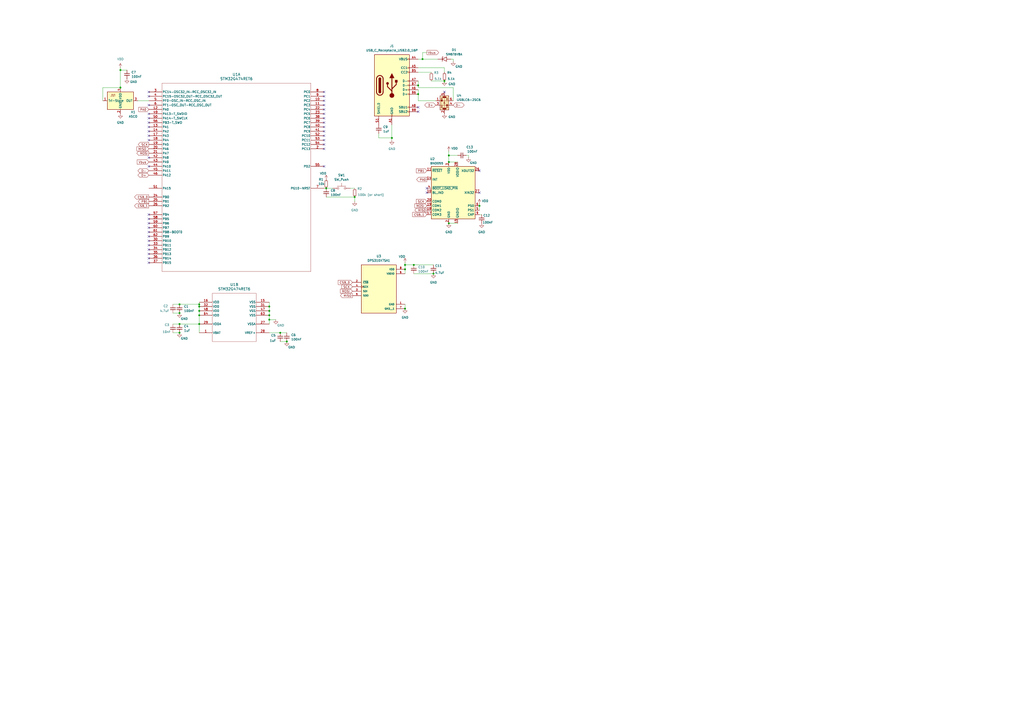
<source format=kicad_sch>
(kicad_sch (version 20231120) (generator "eeschema") (generator_version "8.0")
  (paper "A2")
  (lib_symbols
    (symbol "Connector:USB_C_Receptacle_USB2.0_16P" (pin_names (offset 1.016))
      (property "Reference" "J" (at 0 22.225 0))
      (property "Value" "USB_C_Receptacle_USB2.0_16P" (at 0 19.685 0))
      (symbol "USB_C_Receptacle_USB2.0_16P_0_0"
        (rectangle (start -0.254 -17.78) (end 0.254 -16.764))
        (rectangle (start 10.16 -14.986) (end 9.144 -15.494))
        (rectangle (start 10.16 -12.446) (end 9.144 -12.954))
        (rectangle (start 10.16 -4.826) (end 9.144 -5.334))
        (rectangle (start 10.16 -2.286) (end 9.144 -2.794))
        (rectangle (start 10.16 0.254) (end 9.144 -0.254))
        (rectangle (start 10.16 2.794) (end 9.144 2.286))
        (rectangle (start 10.16 7.874) (end 9.144 7.366))
        (rectangle (start 10.16 10.414) (end 9.144 9.906))
        (rectangle (start 10.16 15.494) (end 9.144 14.986))
      )
      (symbol "USB_C_Receptacle_USB2.0_16P_0_1"
        (rectangle (start -10.16 17.78) (end 10.16 -17.78) (stroke (width 0.254)) (fill (type background)))
        (arc (start -8.89 -3.81) (mid -6.985 -5.7067) (end -5.08 -3.81) (stroke (width 0.508)))
        (arc (start -7.62 -3.81) (mid -6.985 -4.4423) (end -6.35 -3.81) (stroke (width 0.254)))
        (arc (start -7.62 -3.81) (mid -6.985 -4.4423) (end -6.35 -3.81) (stroke (width 0.254)) (fill (type outline)))
        (rectangle (start -7.62 -3.81) (end -6.35 3.81) (stroke (width 0.254)) (fill (type outline)))
        (arc (start -6.35 3.81) (mid -6.985 4.4423) (end -7.62 3.81) (stroke (width 0.254)))
        (arc (start -6.35 3.81) (mid -6.985 4.4423) (end -7.62 3.81) (stroke (width 0.254)) (fill (type outline)))
        (arc (start -5.08 3.81) (mid -6.985 5.7067) (end -8.89 3.81) (stroke (width 0.508)))
        (circle (center -2.54 1.143) (radius 0.635) (stroke (width 0.254)) (fill (type outline)))
        (circle (center 0 -5.842) (radius 1.27) (fill (type outline)))
        (polyline (pts (xy -8.89 -3.81) (xy -8.89 3.81)) (stroke (width 0.508)))
        (polyline (pts (xy -5.08 3.81) (xy -5.08 -3.81)) (stroke (width 0.508)))
        (polyline (pts (xy 0 -5.842) (xy 0 4.318)) (stroke (width 0.508)))
        (polyline (pts (xy 0 -3.302) (xy -2.54 -0.762) (xy -2.54 0.508)) (stroke (width 0.508)))
        (polyline (pts (xy 0 -2.032) (xy 2.54 0.508) (xy 2.54 1.778)) (stroke (width 0.508)))
        (polyline (pts (xy -1.27 4.318) (xy 0 6.858) (xy 1.27 4.318) (xy -1.27 4.318)) (stroke (width 0.254)) (fill (type outline)))
        (rectangle (start 1.905 1.778) (end 3.175 3.048) (stroke (width 0.254)) (fill (type outline)))
      )
      (symbol "USB_C_Receptacle_USB2.0_16P_1_1"
        (pin passive line (at 0 -22.86 90) (length 5.08) (name "GND") (number "A1"))
        (pin passive line (at 0 -22.86 90) (length 5.08) hide (name "GND") (number "A12"))
        (pin passive line (at 15.24 15.24 180) (length 5.08) (name "VBUS") (number "A4"))
        (pin bidirectional line (at 15.24 10.16 180) (length 5.08) (name "CC1") (number "A5"))
        (pin bidirectional line (at 15.24 -2.54 180) (length 5.08) (name "D+") (number "A6"))
        (pin bidirectional line (at 15.24 2.54 180) (length 5.08) (name "D-") (number "A7"))
        (pin bidirectional line (at 15.24 -12.7 180) (length 5.08) (name "SBU1") (number "A8"))
        (pin passive line (at 15.24 15.24 180) (length 5.08) hide (name "VBUS") (number "A9"))
        (pin passive line (at 0 -22.86 90) (length 5.08) hide (name "GND") (number "B1"))
        (pin passive line (at 0 -22.86 90) (length 5.08) hide (name "GND") (number "B12"))
        (pin passive line (at 15.24 15.24 180) (length 5.08) hide (name "VBUS") (number "B4"))
        (pin bidirectional line (at 15.24 7.62 180) (length 5.08) (name "CC2") (number "B5"))
        (pin bidirectional line (at 15.24 -5.08 180) (length 5.08) (name "D+") (number "B6"))
        (pin bidirectional line (at 15.24 0 180) (length 5.08) (name "D-") (number "B7"))
        (pin bidirectional line (at 15.24 -15.24 180) (length 5.08) (name "SBU2") (number "B8"))
        (pin passive line (at 15.24 15.24 180) (length 5.08) hide (name "VBUS") (number "B9"))
        (pin passive line (at -7.62 -22.86 90) (length 5.08) (name "SHIELD") (number "S1"))
      )
    )
    (symbol "DPS310XTSA1:DPS310XTSA1" (pin_names (offset 1.016))
      (property "Reference" "U" (at -10.16 13.97 0))
      (property "Value" "DPS310XTSA1" (at -10.16 -16.51 0))
      (symbol "DPS310XTSA1_0_0"
        (rectangle (start -10.16 -15.24) (end 10.16 12.7) (stroke (width 0.254)) (fill (type background)))
        (pin power_in line (at 15.24 -10.16 180) (length 5.08) (name "GND") (number "1"))
        (pin input line (at -15.24 2.54 0) (length 5.08) (name "~{CSB}") (number "2"))
        (pin bidirectional line (at -15.24 -2.54 0) (length 5.08) (name "SDI") (number "3"))
        (pin input clock (at -15.24 0 0) (length 5.08) (name "SCK") (number "4"))
        (pin output line (at -15.24 -5.08 0) (length 5.08) (name "SDO") (number "5"))
        (pin power_in line (at 15.24 7.62 180) (length 5.08) (name "VDDIO") (number "6"))
        (pin power_in line (at 15.24 -12.7 180) (length 5.08) (name "GND__1") (number "7"))
        (pin power_in line (at 15.24 10.16 180) (length 5.08) (name "VDD") (number "8"))
      )
    )
    (symbol "Device:C_Small" (pin_numbers hide) (pin_names (offset 0.254) hide)
      (property "Reference" "C" (at 0.254 1.778 0))
      (property "Value" "C_Small" (at 0.254 -2.032 0))
      (symbol "C_Small_0_1"
        (polyline (pts (xy -1.524 -0.508) (xy 1.524 -0.508)) (stroke (width 0.3302)))
        (polyline (pts (xy -1.524 0.508) (xy 1.524 0.508)) (stroke (width 0.3048)))
      )
      (symbol "C_Small_1_1"
        (pin passive line (at 0 2.54 270) (length 2.032) (name "~") (number "1"))
        (pin passive line (at 0 -2.54 90) (length 2.032) (name "~") (number "2"))
      )
    )
    (symbol "Device:R_Small" (pin_numbers hide) (pin_names (offset 0.254) hide)
      (property "Reference" "R" (at 0.762 0.508 0))
      (property "Value" "R_Small" (at 0.762 -1.016 0))
      (symbol "R_Small_0_1"
        (rectangle (start -0.762 1.778) (end 0.762 -1.778) (stroke (width 0.2032)))
      )
      (symbol "R_Small_1_1"
        (pin passive line (at 0 2.54 270) (length 0.762) (name "~") (number "1"))
        (pin passive line (at 0 -2.54 90) (length 0.762) (name "~") (number "2"))
      )
    )
    (symbol "Diode:SM6T6V8A" (pin_numbers hide) (pin_names (offset 1.016) hide)
      (property "Reference" "D" (at 0 2.54 0))
      (property "Value" "SM6T6V8A" (at 0 -2.54 0))
      (symbol "SM6T6V8A_0_1"
        (polyline (pts (xy -0.762 1.27) (xy -1.27 1.27) (xy -1.27 -1.27)) (stroke (width 0.254)))
        (polyline (pts (xy 1.27 1.27) (xy 1.27 -1.27) (xy -1.27 0) (xy 1.27 1.27)) (stroke (width 0.254)))
      )
      (symbol "SM6T6V8A_1_1"
        (pin passive line (at -3.81 0 0) (length 2.54) (name "A1") (number "1"))
        (pin passive line (at 3.81 0 180) (length 2.54) (name "A2") (number "2"))
      )
    )
    (symbol "Oscillator:ASCO"
      (property "Reference" "X" (at -7.62 6.35 0))
      (property "Value" "ASCO" (at 1.27 -6.35 0))
      (symbol "ASCO_0_1"
        (rectangle (start -7.62 5.08) (end 7.62 -5.08) (stroke (width 0.254)) (fill (type background)))
        (polyline (pts (xy -5.715 2.54) (xy -5.08 2.54) (xy -5.08 3.81) (xy -4.445 3.81) (xy -4.445 2.54) (xy -3.81 2.54) (xy -3.81 3.81) (xy -3.175 3.81) (xy -3.175 2.54)))
      )
      (symbol "ASCO_1_1"
        (pin input line (at -10.16 0 0) (length 2.54) (name "Tri-State") (number "1"))
        (pin power_in line (at 0 -7.62 90) (length 2.54) (name "GND") (number "2"))
        (pin output line (at 10.16 0 180) (length 2.54) (name "OUT") (number "3"))
        (pin power_in line (at 0 7.62 270) (length 2.54) (name "VDD") (number "4"))
      )
    )
    (symbol "Power_Protection:USBLC6-2SC6" (pin_names hide)
      (property "Reference" "U" (at 0.635 5.715 0))
      (property "Value" "USBLC6-2SC6" (at 0.635 3.81 0))
      (symbol "USBLC6-2SC6_0_0"
        (circle (center -1.524 0) (radius 0.0001) (stroke (width 0.508)))
        (circle (center -0.508 -4.572) (radius 0.0001) (stroke (width 0.508)))
        (circle (center -0.508 2.032) (radius 0.0001) (stroke (width 0.508)))
        (circle (center 0.508 -4.572) (radius 0.0001) (stroke (width 0.508)))
        (circle (center 0.508 2.032) (radius 0.0001) (stroke (width 0.508)))
        (circle (center 1.524 -2.54) (radius 0.0001) (stroke (width 0.508)))
      )
      (symbol "USBLC6-2SC6_0_1"
        (polyline (pts (xy -2.54 -2.54) (xy 2.54 -2.54)))
        (polyline (pts (xy -2.54 0) (xy 2.54 0)))
        (polyline (pts (xy -2.032 -3.048) (xy -1.016 -3.048)))
        (polyline (pts (xy -1.016 1.524) (xy -2.032 1.524)))
        (polyline (pts (xy 1.016 -3.048) (xy 2.032 -3.048)))
        (polyline (pts (xy 1.016 1.524) (xy 2.032 1.524)))
        (polyline (pts (xy -0.508 -1.143) (xy -0.508 -0.762) (xy 0.508 -0.762)))
        (polyline (pts (xy -2.032 0.508) (xy -1.016 0.508) (xy -1.524 1.524) (xy -2.032 0.508)))
        (polyline (pts (xy -1.016 -4.064) (xy -2.032 -4.064) (xy -1.524 -3.048) (xy -1.016 -4.064)))
        (polyline (pts (xy 0.508 -1.778) (xy -0.508 -1.778) (xy 0 -0.762) (xy 0.508 -1.778)))
        (polyline (pts (xy 2.032 -4.064) (xy 1.016 -4.064) (xy 1.524 -3.048) (xy 2.032 -4.064)))
        (polyline (pts (xy 2.032 0.508) (xy 1.016 0.508) (xy 1.524 1.524) (xy 2.032 0.508)))
        (polyline (pts (xy 0 2.54) (xy -0.508 2.032) (xy 0.508 2.032) (xy 0 1.524) (xy 0 -4.064) (xy -0.508 -4.572) (xy 0.508 -4.572) (xy 0 -5.08)))
      )
      (symbol "USBLC6-2SC6_1_1"
        (rectangle (start -2.54 2.794) (end 2.54 -5.334) (stroke (width 0.254)) (fill (type background)))
        (polyline (pts (xy -0.508 2.032) (xy -1.524 2.032) (xy -1.524 -4.572) (xy -0.508 -4.572)))
        (polyline (pts (xy 0.508 -4.572) (xy 1.524 -4.572) (xy 1.524 2.032) (xy 0.508 2.032)))
        (pin passive line (at -5.08 0 0) (length 2.54) (name "I/O1") (number "1"))
        (pin passive line (at 0 -7.62 90) (length 2.54) (name "GND") (number "2"))
        (pin passive line (at -5.08 -2.54 0) (length 2.54) (name "I/O2") (number "3"))
        (pin passive line (at 5.08 -2.54 180) (length 2.54) (name "I/O2") (number "4"))
        (pin passive line (at 0 5.08 270) (length 2.54) (name "VBUS") (number "5"))
        (pin passive line (at 5.08 0 180) (length 2.54) (name "I/O1") (number "6"))
      )
    )
    (symbol "STM32G474RE:STM32G474RET6" (pin_names (offset 0.254))
      (property "Reference" "U" (at 50.8 10.16 0))
      (property "Value" "STM32G474RET6" (at 50.8 7.62 0))
      (symbol "STM32G474RET6_1_1"
        (polyline (pts (xy 7.62 -104.14) (xy 93.98 -104.14)) (stroke (width 0.127)))
        (polyline (pts (xy 7.62 5.08) (xy 7.62 -104.14)) (stroke (width 0.127)))
        (polyline (pts (xy 93.98 -104.14) (xy 93.98 5.08)) (stroke (width 0.127)))
        (polyline (pts (xy 93.98 5.08) (xy 7.62 5.08)) (stroke (width 0.127)))
        (pin bidirectional line (at 101.6 -5.08 180) (length 7.62) (name "PC2") (number "10"))
        (pin bidirectional line (at 101.6 -7.62 180) (length 7.62) (name "PC3") (number "11"))
        (pin bidirectional line (at 0 -10.16 0) (length 7.62) (name "PA0") (number "12"))
        (pin bidirectional line (at 0 -20.32 0) (length 7.62) (name "PA1") (number "13"))
        (pin bidirectional line (at 0 -22.86 0) (length 7.62) (name "PA2") (number "14"))
        (pin bidirectional line (at 0 -25.4 0) (length 7.62) (name "PA3") (number "17"))
        (pin bidirectional line (at 0 -27.94 0) (length 7.62) (name "PA4") (number "18"))
        (pin bidirectional line (at 0 -30.48 0) (length 7.62) (name "PA5") (number "19"))
        (pin bidirectional line (at 101.6 -33.02 180) (length 7.62) (name "PC13") (number "2"))
        (pin bidirectional line (at 0 -33.02 0) (length 7.62) (name "PA6") (number "20"))
        (pin bidirectional line (at 0 -35.56 0) (length 7.62) (name "PA7") (number "21"))
        (pin bidirectional line (at 101.6 -10.16 180) (length 7.62) (name "PC4") (number "22"))
        (pin bidirectional line (at 101.6 -12.7 180) (length 7.62) (name "PC5") (number "23"))
        (pin bidirectional line (at 0 -60.96 0) (length 7.62) (name "PB0") (number "24"))
        (pin bidirectional line (at 0 -63.5 0) (length 7.62) (name "PB1") (number "25"))
        (pin bidirectional line (at 0 -66.04 0) (length 7.62) (name "PB2") (number "26"))
        (pin unspecified line (at 0 0 0) (length 7.62) (name "PC14-OSC32_IN-RCC_OSC32_IN") (number "3"))
        (pin bidirectional line (at 0 -86.36 0) (length 7.62) (name "PB10") (number "30"))
        (pin bidirectional line (at 0 -88.9 0) (length 7.62) (name "PB11") (number "33"))
        (pin bidirectional line (at 0 -91.44 0) (length 7.62) (name "PB12") (number "34"))
        (pin bidirectional line (at 0 -93.98 0) (length 7.62) (name "PB13") (number "35"))
        (pin bidirectional line (at 0 -96.52 0) (length 7.62) (name "PB14") (number "36"))
        (pin bidirectional line (at 0 -99.06 0) (length 7.62) (name "PB15") (number "37"))
        (pin bidirectional line (at 101.6 -15.24 180) (length 7.62) (name "PC6") (number "38"))
        (pin bidirectional line (at 101.6 -17.78 180) (length 7.62) (name "PC7") (number "39"))
        (pin unspecified line (at 0 -2.54 0) (length 7.62) (name "PC15-OSC32_OUT-RCC_OSC32_OUT") (number "4"))
        (pin bidirectional line (at 101.6 -20.32 180) (length 7.62) (name "PC8") (number "40"))
        (pin bidirectional line (at 101.6 -22.86 180) (length 7.62) (name "PC9") (number "41"))
        (pin bidirectional line (at 0 -38.1 0) (length 7.62) (name "PA8") (number "42"))
        (pin bidirectional line (at 0 -40.64 0) (length 7.62) (name "PA9") (number "43"))
        (pin bidirectional line (at 0 -43.18 0) (length 7.62) (name "PA10") (number "44"))
        (pin bidirectional line (at 0 -45.72 0) (length 7.62) (name "PA11") (number "45"))
        (pin bidirectional line (at 0 -48.26 0) (length 7.62) (name "PA12") (number "46"))
        (pin unspecified line (at 0 -12.7 0) (length 7.62) (name "PA13-T_SWDIO") (number "49"))
        (pin unspecified line (at 0 -5.08 0) (length 7.62) (name "PF0-OSC_IN-RCC_OSC_IN") (number "5"))
        (pin unspecified line (at 0 -15.24 0) (length 7.62) (name "PA14-T_SWCLK") (number "50"))
        (pin bidirectional line (at 0 -55.88 0) (length 7.62) (name "PA15") (number "51"))
        (pin bidirectional line (at 101.6 -25.4 180) (length 7.62) (name "PC10") (number "52"))
        (pin bidirectional line (at 101.6 -27.94 180) (length 7.62) (name "PC11") (number "53"))
        (pin bidirectional line (at 101.6 -30.48 180) (length 7.62) (name "PC12") (number "54"))
        (pin bidirectional line (at 101.6 -43.18 180) (length 7.62) (name "PD2") (number "55"))
        (pin unspecified line (at 0 -17.78 0) (length 7.62) (name "PB3-T_SWO") (number "56"))
        (pin bidirectional line (at 0 -71.12 0) (length 7.62) (name "PB4") (number "57"))
        (pin bidirectional line (at 0 -73.66 0) (length 7.62) (name "PB5") (number "58"))
        (pin bidirectional line (at 0 -76.2 0) (length 7.62) (name "PB6") (number "59"))
        (pin unspecified line (at 0 -7.62 0) (length 7.62) (name "PF1-OSC_OUT-RCC_OSC_OUT") (number "6"))
        (pin bidirectional line (at 0 -78.74 0) (length 7.62) (name "PB7") (number "60"))
        (pin bidirectional line (at 0 -81.28 0) (length 7.62) (name "PB8-BOOT0") (number "61"))
        (pin bidirectional line (at 0 -83.82 0) (length 7.62) (name "PB9") (number "62"))
        (pin bidirectional line (at 101.6 -55.88 180) (length 7.62) (name "PG10-NRST") (number "7"))
        (pin bidirectional line (at 101.6 0 180) (length 7.62) (name "PC0") (number "8"))
        (pin bidirectional line (at 101.6 -2.54 180) (length 7.62) (name "PC1") (number "9"))
      )
      (symbol "STM32G474RET6_2_1"
        (polyline (pts (xy 7.62 -22.86) (xy 33.02 -22.86)) (stroke (width 0.127)))
        (polyline (pts (xy 7.62 5.08) (xy 7.62 -22.86)) (stroke (width 0.127)))
        (polyline (pts (xy 33.02 -22.86) (xy 33.02 5.08)) (stroke (width 0.127)))
        (polyline (pts (xy 33.02 5.08) (xy 7.62 5.08)) (stroke (width 0.127)))
        (pin power_in line (at 0 -17.78 0) (length 7.62) (name "VBAT") (number "1"))
        (pin power_in line (at 40.64 0 180) (length 7.62) (name "VSS") (number "15"))
        (pin power_in line (at 0 0 0) (length 7.62) (name "VDD") (number "16"))
        (pin power_in line (at 40.64 -12.7 180) (length 7.62) (name "VSSA") (number "27"))
        (pin power_in line (at 40.64 -17.78 180) (length 7.62) (name "VREF+") (number "28"))
        (pin power_in line (at 0 -12.7 0) (length 7.62) (name "VDDA") (number "29"))
        (pin power_in line (at 40.64 -2.54 180) (length 7.62) (name "VSS") (number "31"))
        (pin power_in line (at 0 -2.54 0) (length 7.62) (name "VDD") (number "32"))
        (pin power_in line (at 40.64 -5.08 180) (length 7.62) (name "VSS") (number "47"))
        (pin power_in line (at 0 -5.08 0) (length 7.62) (name "VDD") (number "48"))
        (pin power_in line (at 40.64 -7.62 180) (length 7.62) (name "VSS") (number "63"))
        (pin power_in line (at 0 -7.62 0) (length 7.62) (name "VDD") (number "64"))
      )
    )
    (symbol "Sensor_Motion:BNO055"
      (property "Reference" "U" (at -11.43 16.51 0))
      (property "Value" "BNO055" (at 12.7 16.51 0))
      (symbol "BNO055_0_1"
        (rectangle (start -12.7 15.24) (end 12.7 -15.24) (stroke (width 0.254)) (fill (type background)))
      )
      (symbol "BNO055_1_1"
        (pin no_connect line (at -12.7 10.16 0) (length 2.54) hide (name "PIN1") (number "1"))
        (pin output line (at -15.24 0 0) (length 2.54) (name "BL_IND") (number "10"))
        (pin input line (at -15.24 12.7 0) (length 2.54) (name "~{RESET}") (number "11"))
        (pin no_connect line (at 12.7 10.16 180) (length 2.54) hide (name "PIN12") (number "12"))
        (pin no_connect line (at 12.7 7.62 180) (length 2.54) hide (name "PIN13") (number "13"))
        (pin output line (at -15.24 7.62 0) (length 2.54) (name "INT") (number "14"))
        (pin power_in line (at 2.54 -17.78 90) (length 2.54) (name "GNDIO") (number "15"))
        (pin passive line (at 2.54 -17.78 90) (length 2.54) hide (name "GNDIO") (number "16"))
        (pin input line (at -15.24 -12.7 0) (length 2.54) (name "COM3") (number "17"))
        (pin passive line (at -15.24 -10.16 0) (length 2.54) (name "COM2") (number "18"))
        (pin bidirectional line (at -15.24 -7.62 0) (length 2.54) (name "COM1") (number "19"))
        (pin power_in line (at -2.54 -17.78 90) (length 2.54) (name "GND") (number "2"))
        (pin bidirectional line (at -15.24 -5.08 0) (length 2.54) (name "COM0") (number "20"))
        (pin no_connect line (at 12.7 5.08 180) (length 2.54) hide (name "PIN21") (number "21"))
        (pin no_connect line (at 12.7 2.54 180) (length 2.54) hide (name "PIN22") (number "22"))
        (pin no_connect line (at 12.7 -2.54 180) (length 2.54) hide (name "PIN23") (number "23"))
        (pin no_connect line (at 12.7 -5.08 180) (length 2.54) hide (name "PIN24") (number "24"))
        (pin passive line (at 2.54 -17.78 90) (length 2.54) hide (name "GNDIO") (number "25"))
        (pin output line (at 15.24 12.7 180) (length 2.54) (name "XOUT32") (number "26"))
        (pin input line (at 15.24 0 180) (length 2.54) (name "XIN32") (number "27"))
        (pin power_in line (at 2.54 17.78 270) (length 2.54) (name "VDDIO") (number "28"))
        (pin power_in line (at -2.54 17.78 270) (length 2.54) (name "VDD") (number "3"))
        (pin input line (at -15.24 2.54 0) (length 2.54) (name "~{BOOT_LOAD_PIN}") (number "4"))
        (pin input line (at 15.24 -10.16 180) (length 2.54) (name "PS1") (number "5"))
        (pin input line (at 15.24 -7.62 180) (length 2.54) (name "PS0") (number "6"))
        (pin no_connect line (at -12.7 5.08 0) (length 2.54) hide (name "PIN7") (number "7"))
        (pin no_connect line (at -12.7 -2.54 0) (length 2.54) hide (name "PIN8") (number "8"))
        (pin passive line (at 15.24 -12.7 180) (length 2.54) (name "CAP") (number "9"))
      )
    )
    (symbol "Switch:SW_Push" (pin_numbers hide) (pin_names (offset 1.016) hide)
      (property "Reference" "SW" (at 1.27 2.54 0))
      (property "Value" "SW_Push" (at 0 -1.524 0))
      (symbol "SW_Push_0_1"
        (circle (center -2.032 0) (radius 0.508))
        (polyline (pts (xy 0 1.27) (xy 0 3.048)))
        (polyline (pts (xy 2.54 1.27) (xy -2.54 1.27)))
        (circle (center 2.032 0) (radius 0.508))
        (pin passive line (at -5.08 0 0) (length 2.54) (name "1") (number "1"))
        (pin passive line (at 5.08 0 180) (length 2.54) (name "2") (number "2"))
      )
    )
    (symbol "power:GND" (power) (pin_numbers hide) (pin_names (offset 0) hide)
      (property "Value" "GND" (at 0 -3.81 0))
      (symbol "GND_0_1"
        (polyline (pts (xy 0 0) (xy 0 -1.27) (xy 1.27 -1.27) (xy 0 -2.54) (xy -1.27 -1.27) (xy 0 -1.27)))
      )
      (symbol "GND_1_1"
        (pin power_in line (at 0 0 270) (length 0) (name "~") (number "1"))
      )
    )
    (symbol "power:VDD" (power) (pin_numbers hide) (pin_names (offset 0) hide)
      (property "Value" "VDD" (at 0 3.556 0))
      (symbol "VDD_0_1"
        (polyline (pts (xy -0.762 1.27) (xy 0 2.54)))
        (polyline (pts (xy 0 0) (xy 0 2.54)))
        (polyline (pts (xy 0 2.54) (xy 0.762 1.27)))
      )
      (symbol "VDD_1_1"
        (pin power_in line (at 0 0 90) (length 0) (name "~") (number "1"))
      )
    )
  )
  (junction (at 260.35 93.98))
  (junction (at 234.95 153.67))
  (junction (at 240.03 153.67))
  (junction (at 227.33 80.01))
  (junction (at 166.37 198.12))
  (junction (at 189.23 109.22))
  (junction (at 104.14 193.04))
  (junction (at 260.35 90.17))
  (junction (at 115.57 176.53))
  (junction (at 69.85 50.8))
  (junction (at 115.57 177.8))
  (junction (at 115.57 187.96))
  (junction (at 162.56 193.04))
  (junction (at 278.13 119.38))
  (junction (at 69.85 40.64))
  (junction (at 260.35 129.54))
  (junction (at 205.74 114.3))
  (junction (at 156.21 177.8))
  (junction (at 104.14 176.53))
  (junction (at 257.81 46.99))
  (junction (at 245.11 34.29))
  (junction (at 251.46 158.75))
  (junction (at 156.21 182.88))
  (junction (at 115.57 180.34))
  (junction (at 115.57 182.88))
  (junction (at 156.21 185.42))
  (junction (at 104.14 181.61))
  (junction (at 242.57 54.61))
  (junction (at 242.57 49.53))
  (junction (at 156.21 180.34))
  (junction (at 234.95 179.07))
  (junction (at 104.14 187.96))
  (junction (at 234.95 156.21))
  (no_connect (at 86.36 147.32))
  (no_connect (at 187.96 63.5))
  (no_connect (at 86.36 91.44))
  (no_connect (at 187.96 68.58))
  (no_connect (at 86.36 139.7))
  (no_connect (at 86.36 53.34))
  (no_connect (at 187.96 60.96))
  (no_connect (at 242.57 64.77))
  (no_connect (at 86.36 60.96))
  (no_connect (at 187.96 96.52))
  (no_connect (at 86.36 96.52))
  (no_connect (at 187.96 73.66))
  (no_connect (at 187.96 86.36))
  (no_connect (at 187.96 78.74))
  (no_connect (at 187.96 81.28))
  (no_connect (at 187.96 66.04))
  (no_connect (at 247.65 109.22))
  (no_connect (at 86.36 78.74))
  (no_connect (at 187.96 76.2))
  (no_connect (at 187.96 83.82))
  (no_connect (at 278.13 99.06))
  (no_connect (at 86.36 127))
  (no_connect (at 187.96 71.12))
  (no_connect (at 86.36 152.4))
  (no_connect (at 86.36 137.16))
  (no_connect (at 86.36 55.88))
  (no_connect (at 86.36 132.08))
  (no_connect (at 86.36 81.28))
  (no_connect (at 86.36 142.24))
  (no_connect (at 187.96 55.88))
  (no_connect (at 86.36 73.66))
  (no_connect (at 86.36 149.86))
  (no_connect (at 247.65 111.76))
  (no_connect (at 86.36 71.12))
  (no_connect (at 278.13 111.76))
  (no_connect (at 86.36 68.58))
  (no_connect (at 86.36 134.62))
  (no_connect (at 86.36 144.78))
  (no_connect (at 187.96 58.42))
  (no_connect (at 86.36 76.2))
  (no_connect (at 86.36 124.46))
  (no_connect (at 86.36 66.04))
  (no_connect (at 187.96 53.34))
  (no_connect (at 257.81 53.34))
  (no_connect (at 86.36 129.54))
  (no_connect (at 242.57 62.23))
  (wire (pts (xy 156.21 182.88) (xy 156.21 185.42)))
  (wire (pts (xy 115.57 177.8) (xy 115.57 180.34)))
  (wire (pts (xy 271.78 91.44) (xy 271.78 90.17)))
  (wire (pts (xy 115.57 175.26) (xy 115.57 176.53)))
  (wire (pts (xy 227.33 81.28) (xy 227.33 80.01)))
  (wire (pts (xy 187.96 109.22) (xy 189.23 109.22)))
  (wire (pts (xy 100.33 193.04) (xy 104.14 193.04)))
  (wire (pts (xy 156.21 185.42) (xy 156.21 187.96)))
  (wire (pts (xy 278.13 118.11) (xy 278.13 119.38)))
  (wire (pts (xy 219.71 80.01) (xy 227.33 80.01)))
  (wire (pts (xy 205.74 114.3) (xy 205.74 116.84)))
  (wire (pts (xy 260.35 90.17) (xy 260.35 93.98)))
  (wire (pts (xy 156.21 177.8) (xy 156.21 180.34)))
  (wire (pts (xy 162.56 193.04) (xy 166.37 193.04)))
  (wire (pts (xy 100.33 181.61) (xy 104.14 181.61)))
  (wire (pts (xy 156.21 180.34) (xy 156.21 182.88)))
  (wire (pts (xy 254 34.29) (xy 245.11 34.29)))
  (wire (pts (xy 257.81 48.26) (xy 257.81 46.99)))
  (wire (pts (xy 257.81 39.37) (xy 257.81 41.91)))
  (wire (pts (xy 245.11 30.48) (xy 247.65 30.48)))
  (wire (pts (xy 242.57 52.07) (xy 242.57 54.61)))
  (wire (pts (xy 234.95 153.67) (xy 234.95 156.21)))
  (wire (pts (xy 69.85 40.64) (xy 69.85 50.8)))
  (wire (pts (xy 242.57 39.37) (xy 257.81 39.37)))
  (wire (pts (xy 279.4 124.46) (xy 278.13 124.46)))
  (wire (pts (xy 271.78 90.17) (xy 270.51 90.17)))
  (wire (pts (xy 80.01 58.42) (xy 86.36 58.42)))
  (wire (pts (xy 260.35 129.54) (xy 265.43 129.54)))
  (wire (pts (xy 234.95 176.53) (xy 234.95 179.07)))
  (wire (pts (xy 234.95 156.21) (xy 234.95 158.75)))
  (wire (pts (xy 227.33 72.39) (xy 227.33 80.01)))
  (wire (pts (xy 242.57 46.99) (xy 242.57 49.53)))
  (wire (pts (xy 262.89 50.8) (xy 242.57 50.8)))
  (wire (pts (xy 250.19 46.99) (xy 257.81 46.99)))
  (wire (pts (xy 189.23 109.22) (xy 193.04 109.22)))
  (wire (pts (xy 115.57 187.96) (xy 115.57 193.04)))
  (wire (pts (xy 156.21 185.42) (xy 160.02 185.42)))
  (wire (pts (xy 242.57 41.91) (xy 250.19 41.91)))
  (wire (pts (xy 203.2 109.22) (xy 205.74 109.22)))
  (wire (pts (xy 69.85 40.64) (xy 73.66 40.64)))
  (wire (pts (xy 104.14 187.96) (xy 115.57 187.96)))
  (wire (pts (xy 242.57 58.42) (xy 252.73 58.42)))
  (wire (pts (xy 59.69 58.42) (xy 59.69 50.8)))
  (wire (pts (xy 251.46 158.75) (xy 240.03 158.75)))
  (wire (pts (xy 234.95 153.67) (xy 240.03 153.67)))
  (wire (pts (xy 260.35 90.17) (xy 265.43 90.17)))
  (wire (pts (xy 115.57 180.34) (xy 115.57 182.88)))
  (wire (pts (xy 242.57 34.29) (xy 245.11 34.29)))
  (wire (pts (xy 219.71 77.47) (xy 219.71 80.01)))
  (wire (pts (xy 262.89 58.42) (xy 262.89 50.8)))
  (wire (pts (xy 240.03 153.67) (xy 251.46 153.67)))
  (wire (pts (xy 260.35 93.98) (xy 265.43 93.98)))
  (wire (pts (xy 234.95 152.4) (xy 234.95 153.67)))
  (wire (pts (xy 260.35 87.63) (xy 260.35 90.17)))
  (wire (pts (xy 189.23 114.3) (xy 205.74 114.3)))
  (wire (pts (xy 262.89 34.29) (xy 261.62 34.29)))
  (wire (pts (xy 242.57 58.42) (xy 242.57 54.61)))
  (wire (pts (xy 245.11 30.48) (xy 245.11 34.29)))
  (wire (pts (xy 242.57 50.8) (xy 242.57 49.53)))
  (wire (pts (xy 115.57 182.88) (xy 115.57 187.96)))
  (wire (pts (xy 100.33 187.96) (xy 104.14 187.96)))
  (wire (pts (xy 104.14 176.53) (xy 115.57 176.53)))
  (wire (pts (xy 115.57 176.53) (xy 115.57 177.8)))
  (wire (pts (xy 262.89 34.29) (xy 262.89 35.56)))
  (wire (pts (xy 156.21 193.04) (xy 162.56 193.04)))
  (wire (pts (xy 162.56 198.12) (xy 166.37 198.12)))
  (wire (pts (xy 59.69 50.8) (xy 69.85 50.8)))
  (wire (pts (xy 100.33 176.53) (xy 104.14 176.53)))
  (wire (pts (xy 278.13 119.38) (xy 278.13 121.92)))
  (wire (pts (xy 156.21 175.26) (xy 156.21 177.8)))
  (wire (pts (xy 69.85 39.37) (xy 69.85 40.64)))
  (global_label "CSB_0" (shape output) (at 86.36 114.3 180) (property "Intersheetrefs" "${INTERSHEET_REFS}" (effects (hide yes))))
  (global_label "D-" (shape bidirectional) (at 262.89 60.96 0) (property "Intersheetrefs" "${INTERSHEET_REFS}" (effects (hide yes))))
  (global_label "PB1" (shape output) (at 86.36 116.84 180) (property "Intersheetrefs" "${INTERSHEET_REFS}" (effects (hide yes))))
  (global_label "CSB_0" (shape input) (at 204.47 163.83 180) (property "Intersheetrefs" "${INTERSHEET_REFS}" (effects (hide yes))))
  (global_label "SCK" (shape input) (at 247.65 116.84 180) (property "Intersheetrefs" "${INTERSHEET_REFS}" (effects (hide yes))))
  (global_label "SCK" (shape input) (at 204.47 166.37 180) (property "Intersheetrefs" "${INTERSHEET_REFS}" (effects (hide yes))))
  (global_label "PA0" (shape input) (at 86.36 63.5 180) (property "Intersheetrefs" "${INTERSHEET_REFS}" (effects (hide yes))))
  (global_label "Vbus" (shape input) (at 86.36 93.98 180) (property "Intersheetrefs" "${INTERSHEET_REFS}" (effects (hide yes))))
  (global_label "MOSI" (shape input) (at 247.65 119.38 180) (property "Intersheetrefs" "${INTERSHEET_REFS}" (effects (hide yes))))
  (global_label "CSB_1" (shape input) (at 247.65 124.46 180) (property "Intersheetrefs" "${INTERSHEET_REFS}" (effects (hide yes))))
  (global_label "SCK" (shape output) (at 86.36 83.82 180) (property "Intersheetrefs" "${INTERSHEET_REFS}" (effects (hide yes))))
  (global_label "D+" (shape bidirectional) (at 252.73 60.96 180) (property "Intersheetrefs" "${INTERSHEET_REFS}" (effects (hide yes))))
  (global_label "MISO" (shape output) (at 204.47 171.45 180) (property "Intersheetrefs" "${INTERSHEET_REFS}" (effects (hide yes))))
  (global_label "PB1" (shape input) (at 247.65 99.06 180) (property "Intersheetrefs" "${INTERSHEET_REFS}" (effects (hide yes))))
  (global_label "MISO" (shape input) (at 86.36 86.36 180) (property "Intersheetrefs" "${INTERSHEET_REFS}" (effects (hide yes))))
  (global_label "D+" (shape bidirectional) (at 86.36 101.6 180) (property "Intersheetrefs" "${INTERSHEET_REFS}" (effects (hide yes))))
  (global_label "D-" (shape bidirectional) (at 86.36 99.06 180) (property "Intersheetrefs" "${INTERSHEET_REFS}" (effects (hide yes))))
  (global_label "CSB_1" (shape output) (at 86.36 119.38 180) (property "Intersheetrefs" "${INTERSHEET_REFS}" (effects (hide yes))))
  (global_label "MOSI" (shape output) (at 86.36 88.9 180) (property "Intersheetrefs" "${INTERSHEET_REFS}" (effects (hide yes))))
  (global_label "MISO" (shape output) (at 247.65 121.92 180) (property "Intersheetrefs" "${INTERSHEET_REFS}" (effects (hide yes))))
  (global_label "PA0" (shape output) (at 247.65 104.14 180) (property "Intersheetrefs" "${INTERSHEET_REFS}" (effects (hide yes))))
  (global_label "MOSI" (shape input) (at 204.47 168.91 180) (property "Intersheetrefs" "${INTERSHEET_REFS}" (effects (hide yes))))
  (global_label "Vbus" (shape output) (at 247.65 30.48 0) (property "Intersheetrefs" "${INTERSHEET_REFS}" (effects (hide yes))))
  (symbol (lib_id "Device:C_Small") (at 166.37 195.58 0) (unit 1)
    (property "Reference" "C6" (at 168.91 194.3162 0) (effects (justify left)))
    (property "Value" "100nF" (at 168.91 196.8562 0) (effects (justify left)))
    (property "Description" "Unpolarized capacitor, small symbol" (effects (hide yes)))
  )
  (symbol (lib_id "Power_Protection:USBLC6-2SC6") (at 257.81 58.42 0) (unit 1)
    (property "Reference" "U4" (at 264.922 55.372 0) (effects (justify left)))
    (property "Value" "USBLC6-2SC6" (at 264.922 57.912 0) (effects (justify left)))
    (property "Footprint" "Package_TO_SOT_SMD:SOT-23-6" (effects (hide yes)))
    (property "Datasheet" "https://www.st.com/resource/en/datasheet/usblc6-2.pdf" (effects (hide yes)))
    (property "Description" "Very low capacitance ESD protection diode, 2 data-line, SOT-23-6" (effects (hide yes)))
  )
  (symbol (lib_id "Device:R_Small") (at 250.19 44.45 0) (unit 1)
    (property "Reference" "R3" (at 251.714 42.164 0) (effects (justify left)))
    (property "Value" "5.1k" (at 251.968 45.72 0) (effects (justify left)))
    (property "Description" "Resistor, small symbol" (effects (hide yes)))
  )
  (symbol (lib_id "Diode:SM6T6V8A") (at 257.81 34.29 0) (unit 1)
    (property "Reference" "D1" (at 263.398 28.956 0))
    (property "Value" "SM6T6V8A" (at 263.398 31.496 0))
    (property "Footprint" "Diode_SMD:D_SMA-SMB_Universal_Handsoldering" (effects (hide yes)))
    (property "Datasheet" "https://www.st.com/resource/en/datasheet/sm6t.pdf" (effects (hide yes)))
    (property "Description" "600W unidirectional Transil Transient Voltage Suppressor, 6.8Vrwm, DO-214AA" (effects (hide yes)))
  )
  (symbol (lib_id "power:GND") (at 104.14 181.61 0) (unit 1)
    (property "Reference" "#PWR06" (effects (hide yes)))
    (property "Value" "GND" (at 106.934 184.912 0))
    (property "Description" "Power symbol creates a global label with name \"GND\" , ground" (effects (hide yes)))
  )
  (symbol (lib_id "power:VDD") (at 278.13 118.11 0) (unit 1)
    (property "Reference" "#PWR018" (effects (hide yes)))
    (property "Value" "VDD" (at 281.432 116.586 0))
    (property "Description" "Power symbol creates a global label with name \"VDD\"" (effects (hide yes)))
  )
  (symbol (lib_id "power:GND") (at 260.35 129.54 0) (unit 1)
    (property "Reference" "#PWR03" (effects (hide yes)))
    (property "Value" "GND" (at 260.35 134.62 0))
    (property "Description" "Power symbol creates a global label with name \"GND\" , ground" (effects (hide yes)))
  )
  (symbol (lib_id "Device:R_Small") (at 257.81 44.45 0) (unit 1)
    (property "Reference" "R4" (at 259.334 42.164 0) (effects (justify left)))
    (property "Value" "5.1k" (at 259.588 45.72 0) (effects (justify left)))
    (property "Description" "Resistor, small symbol" (effects (hide yes)))
  )
  (symbol (lib_id "power:GND") (at 257.81 46.99 0) (unit 1)
    (property "Reference" "#PWR013" (effects (hide yes)))
    (property "Value" "GND" (at 262.128 48.768 0))
    (property "Description" "Power symbol creates a global label with name \"GND\" , ground" (effects (hide yes)))
  )
  (symbol (lib_id "power:VDD") (at 234.95 152.4 0) (unit 1)
    (property "Reference" "#PWR016" (effects (hide yes)))
    (property "Value" "VDD" (at 233.172 148.844 0))
    (property "Description" "Power symbol creates a global label with name \"VDD\"" (effects (hide yes)))
  )
  (symbol (lib_id "power:VDD") (at 260.35 87.63 0) (unit 1)
    (property "Reference" "#PWR020" (effects (hide yes)))
    (property "Value" "VDD" (at 263.652 86.106 0))
    (property "Description" "Power symbol creates a global label with name \"VDD\"" (effects (hide yes)))
  )
  (symbol (lib_id "Device:C_Small") (at 267.97 90.17 270) (unit 1)
    (property "Reference" "C13" (at 270.51 85.344 90) (effects (justify left)))
    (property "Value" "100nF" (at 271.018 87.884 90) (effects (justify left)))
    (property "Description" "Unpolarized capacitor, small symbol" (effects (hide yes)))
  )
  (symbol (lib_id "power:GND") (at 205.74 116.84 0) (unit 1)
    (property "Reference" "#PWR010" (effects (hide yes)))
    (property "Value" "GND" (at 205.74 121.92 0))
    (property "Description" "Power symbol creates a global label with name \"GND\" , ground" (effects (hide yes)))
  )
  (symbol (lib_id "power:GND") (at 227.33 81.28 0) (unit 1)
    (property "Reference" "#PWR012" (effects (hide yes)))
    (property "Value" "GND" (at 227.33 86.36 0))
    (property "Description" "Power symbol creates a global label with name \"GND\" , ground" (effects (hide yes)))
  )
  (symbol (lib_id "power:GND") (at 279.4 129.54 0) (unit 1)
    (property "Reference" "#PWR019" (effects (hide yes)))
    (property "Value" "GND" (at 279.4 134.62 0))
    (property "Description" "Power symbol creates a global label with name \"GND\" , ground" (effects (hide yes)))
  )
  (symbol (lib_id "power:GND") (at 69.85 66.04 0) (unit 1)
    (property "Reference" "#PWR01" (effects (hide yes)))
    (property "Value" "GND" (at 69.85 71.12 0))
    (property "Description" "Power symbol creates a global label with name \"GND\" , ground" (effects (hide yes)))
  )
  (symbol (lib_id "Device:C_Small") (at 100.33 179.07 0) (unit 1)
    (property "Reference" "C2" (at 94.742 177.546 0) (effects (justify left)))
    (property "Value" "4.7uF" (at 92.71 180.34 0) (effects (justify left)))
    (property "Description" "Unpolarized capacitor, small symbol" (effects (hide yes)))
  )
  (symbol (lib_id "power:GND") (at 234.95 179.07 0) (unit 1)
    (property "Reference" "#PWR02" (effects (hide yes)))
    (property "Value" "GND" (at 234.95 184.15 0))
    (property "Description" "Power symbol creates a global label with name \"GND\" , ground" (effects (hide yes)))
  )
  (symbol (lib_id "power:GND") (at 73.66 45.72 0) (unit 1)
    (property "Reference" "#PWR09" (effects (hide yes)))
    (property "Value" "GND" (at 77.47 47.498 0))
    (property "Description" "Power symbol creates a global label with name \"GND\" , ground" (effects (hide yes)))
  )
  (symbol (lib_id "Device:C_Small") (at 240.03 156.21 0) (unit 1)
    (property "Reference" "C10" (at 242.57 154.9462 0) (effects (justify left)))
    (property "Value" "100nF" (at 242.57 157.4862 0) (effects (justify left)))
    (property "Description" "Unpolarized capacitor, small symbol" (effects (hide yes)))
  )
  (symbol (lib_id "power:GND") (at 257.81 66.04 0) (unit 1)
    (property "Reference" "#PWR015" (effects (hide yes)))
    (property "Value" "GND" (at 262.128 67.818 0))
    (property "Description" "Power symbol creates a global label with name \"GND\" , ground" (effects (hide yes)))
  )
  (symbol (lib_id "Device:R_Small") (at 205.74 111.76 0) (unit 1)
    (property "Reference" "R2" (at 207.264 109.474 0) (effects (justify left)))
    (property "Value" "100k (or short)" (at 207.518 113.03 0) (effects (justify left)))
    (property "Description" "Resistor, small symbol" (effects (hide yes)))
  )
  (symbol (lib_id "Device:C_Small") (at 104.14 190.5 0) (unit 1)
    (property "Reference" "C4" (at 106.68 189.2362 0) (effects (justify left)))
    (property "Value" "1uF" (at 106.68 191.7762 0) (effects (justify left)))
    (property "Description" "Unpolarized capacitor, small symbol" (effects (hide yes)))
  )
  (symbol (lib_id "power:VDD") (at 189.23 104.14 0) (unit 1)
    (property "Reference" "#PWR011" (effects (hide yes)))
    (property "Value" "VDD" (at 187.452 100.584 0))
    (property "Description" "Power symbol creates a global label with name \"VDD\"" (effects (hide yes)))
  )
  (symbol (lib_id "DPS310XTSA1:DPS310XTSA1") (at 219.71 166.37 0) (unit 1)
    (property "Reference" "U3" (at 219.71 148.59 0))
    (property "Value" "DPS310XTSA1" (at 219.71 151.13 0))
    (property "Footprint" "DPS310XTSA1:XDCR_DPS310XTSA1" (effects (hide yes)))
    (property "MF" "Infineon" (effects (hide yes)))
    (property "DESCRIPTION" "Supply voltage range 1.7V to 3.6V | Operation range 300hPa 1200hPa | Sensors precision 0.005hPa | Relative accuracy 0.06hPa | Pressure temperature sensitivity of 0.5Pa/K | Temperature accuracy 0.5C" (effects (hide yes)))
    (property "PACKAGE" "LGA-8 Infineon" (effects (hide yes)))
    (property "PRICE" "None" (effects (hide yes)))
    (property "Package" "LGA-8 Infineon" (effects (hide yes)))
    (property "Check_prices" "https://www.snapeda.com/parts/DPS310XTSA1/Infineon/view-part/?ref=eda" (effects (hide yes)))
    (property "Price" "None" (effects (hide yes)))
    (property "SnapEDA_Link" "https://www.snapeda.com/parts/DPS310XTSA1/Infineon/view-part/?ref=snap" (effects (hide yes)))
    (property "MP" "DPS310XTSA1" (effects (hide yes)))
    (property "Availability" "In Stock" (effects (hide yes)))
    (property "AVAILABILITY" "Unavailable" (effects (hide yes)))
    (property "Description_1" "\n                        \n                            Supply voltage range 1.7V to 3.6V | Operation range 300hPa 1200hPa | Sensors precision 0.005hPa | Relative accuracy 0.06hPa | Pressure temperature sensitivity of 0.5Pa/K | Temperature accuracy 0.5C\n                        \n" (effects (hide yes)))
  )
  (symbol (lib_id "power:GND") (at 104.14 193.04 0) (unit 1)
    (property "Reference" "#PWR05" (effects (hide yes)))
    (property "Value" "GND" (at 106.934 196.342 0))
    (property "Description" "Power symbol creates a global label with name \"GND\" , ground" (effects (hide yes)))
  )
  (symbol (lib_id "Device:C_Small") (at 251.46 156.21 180) (unit 1)
    (property "Reference" "C11" (at 256.286 154.178 0) (effects (justify left)))
    (property "Value" "4.7uF" (at 257.81 158.242 0) (effects (justify left)))
    (property "Description" "Unpolarized capacitor, small symbol" (effects (hide yes)))
  )
  (symbol (lib_id "Device:C_Small") (at 104.14 179.07 0) (unit 1)
    (property "Reference" "C1" (at 106.68 177.8062 0) (effects (justify left)))
    (property "Value" "100nF" (at 106.68 180.3462 0) (effects (justify left)))
    (property "Description" "Unpolarized capacitor, small symbol" (effects (hide yes)))
  )
  (symbol (lib_id "Sensor_Motion:BNO055") (at 262.89 111.76 0) (unit 1)
    (property "Reference" "U2" (at 249.428 92.202 0) (effects (justify left)))
    (property "Value" "BNO055" (at 249.428 94.742 0) (effects (justify left)))
    (property "Footprint" "Package_LGA:LGA-28_5.2x3.8mm_P0.5mm" (effects (hide yes)))
    (property "Datasheet" "https://www.bosch-sensortec.com/media/boschsensortec/downloads/datasheets/bst-bno055-ds000.pdf" (effects (hide yes)))
    (property "Description" "Intelligent 9-axis absolute orientation sensor, LGA-28" (effects (hide yes)))
  )
  (symbol (lib_id "power:GND") (at 262.89 35.56 0) (unit 1)
    (property "Reference" "#PWR014" (effects (hide yes)))
    (property "Value" "GND" (at 266.192 38.608 0))
    (property "Description" "Power symbol creates a global label with name \"GND\" , ground" (effects (hide yes)))
  )
  (symbol (lib_id "Device:C_Small") (at 189.23 111.76 0) (unit 1)
    (property "Reference" "C8" (at 191.77 110.4962 0) (effects (justify left)))
    (property "Value" "100nF" (at 191.77 113.0362 0) (effects (justify left)))
    (property "Description" "Unpolarized capacitor, small symbol" (effects (hide yes)))
  )
  (symbol (lib_id "STM32G474RE:STM32G474RET6") (at 86.36 53.34 0) (unit 1)
    (property "Reference" "U1" (at 137.16 43.18 0) (effects (font (size 1.524 1.524))))
    (property "Value" "STM32G474RET6" (at 137.16 45.72 0) (effects (font (size 1.524 1.524))))
    (property "Footprint" "LQFP64-10x10mm" (effects (hide yes)))
    (property "Datasheet" "STM32G474RET6" (effects (hide yes)))
  )
  (symbol (lib_id "Device:R_Small") (at 189.23 106.68 0) (unit 1)
    (property "Reference" "R1" (at 184.912 104.14 0) (effects (justify left)))
    (property "Value" "10k" (at 184.658 106.68 0) (effects (justify left)))
    (property "Description" "Resistor, small symbol" (effects (hide yes)))
  )
  (symbol (lib_id "Connector:USB_C_Receptacle_USB2.0_16P") (at 227.33 49.53 0) (unit 1)
    (property "Reference" "J1" (at 227.33 26.67 0))
    (property "Value" "USB_C_Receptacle_USB2.0_16P" (at 227.33 29.21 0))
    (property "Datasheet" "https://www.usb.org/sites/default/files/documents/usb_type-c.zip" (effects (hide yes)))
    (property "Description" "USB 2.0-only 16P Type-C Receptacle connector" (effects (hide yes)))
  )
  (symbol (lib_id "STM32G474RE:STM32G474RET6") (at 115.57 175.26 0) (unit 2)
    (property "Reference" "U1" (at 135.89 165.1 0) (effects (font (size 1.524 1.524))))
    (property "Value" "STM32G474RET6" (at 135.89 167.64 0) (effects (font (size 1.524 1.524))))
    (property "Footprint" "LQFP64-10x10mm" (effects (hide yes)))
    (property "Datasheet" "STM32G474RET6" (effects (hide yes)))
  )
  (symbol (lib_id "power:GND") (at 160.02 185.42 0) (unit 1)
    (property "Reference" "#PWR04" (effects (hide yes)))
    (property "Value" "GND" (at 162.814 188.722 0))
    (property "Description" "Power symbol creates a global label with name \"GND\" , ground" (effects (hide yes)))
  )
  (symbol (lib_id "Device:C_Small") (at 73.66 43.18 0) (unit 1)
    (property "Reference" "C7" (at 76.2 41.9162 0) (effects (justify left)))
    (property "Value" "100nF" (at 76.2 44.4562 0) (effects (justify left)))
    (property "Description" "Unpolarized capacitor, small symbol" (effects (hide yes)))
  )
  (symbol (lib_id "Device:C_Small") (at 162.56 195.58 0) (unit 1)
    (property "Reference" "C5" (at 157.226 194.564 0) (effects (justify left)))
    (property "Value" "1uF" (at 156.464 197.612 0) (effects (justify left)))
    (property "Description" "Unpolarized capacitor, small symbol" (effects (hide yes)))
  )
  (symbol (lib_id "Switch:SW_Push") (at 198.12 109.22 0) (unit 1)
    (property "Reference" "SW1" (at 198.12 101.6 0))
    (property "Value" "SW_Push" (at 198.12 104.14 0))
    (property "Description" "Push button switch, generic, two pins" (effects (hide yes)))
  )
  (symbol (lib_id "Device:C_Small") (at 219.71 74.93 0) (unit 1)
    (property "Reference" "C9" (at 222.25 73.6662 0) (effects (justify left)))
    (property "Value" "1uF" (at 222.25 76.2062 0) (effects (justify left)))
    (property "Description" "Unpolarized capacitor, small symbol" (effects (hide yes)))
  )
  (symbol (lib_id "power:GND") (at 271.78 91.44 0) (unit 1)
    (property "Reference" "#PWR021" (effects (hide yes)))
    (property "Value" "GND" (at 274.574 94.488 0))
    (property "Description" "Power symbol creates a global label with name \"GND\" , ground" (effects (hide yes)))
  )
  (symbol (lib_id "Device:C_Small") (at 279.4 127 180) (unit 1)
    (property "Reference" "C12" (at 284.226 124.968 0) (effects (justify left)))
    (property "Value" "100nF" (at 286.004 129.032 0) (effects (justify left)))
    (property "Description" "Unpolarized capacitor, small symbol" (effects (hide yes)))
  )
  (symbol (lib_id "power:GND") (at 166.37 198.12 0) (unit 1)
    (property "Reference" "#PWR07" (effects (hide yes)))
    (property "Value" "GND" (at 169.164 201.422 0))
    (property "Description" "Power symbol creates a global label with name \"GND\" , ground" (effects (hide yes)))
  )
  (symbol (lib_id "Device:C_Small") (at 100.33 190.5 0) (unit 1)
    (property "Reference" "C3" (at 95.504 188.468 0) (effects (justify left)))
    (property "Value" "10nF" (at 94.234 192.532 0) (effects (justify left)))
    (property "Description" "Unpolarized capacitor, small symbol" (effects (hide yes)))
  )
  (symbol (lib_id "Oscillator:ASCO") (at 69.85 58.42 0) (unit 1)
    (property "Reference" "X1" (at 77.216 65.024 0))
    (property "Value" "ASCO" (at 77.216 67.564 0))
    (property "Footprint" "Oscillator:Oscillator_SMD_Abracon_ASCO-4Pin_1.6x1.2mm" (effects (hide yes)))
    (property "Datasheet" "https://abracon.com/Oscillators/ASCO.pdf" (effects (hide yes)))
    (property "Description" "Crystal Clock Oscillator, Abracon ASCO" (effects (hide yes)))
  )
  (symbol (lib_id "power:VDD") (at 69.85 39.37 0) (unit 1)
    (property "Reference" "#PWR08" (effects (hide yes)))
    (property "Value" "VDD" (at 69.85 34.29 0))
    (property "Description" "Power symbol creates a global label with name \"VDD\"" (effects (hide yes)))
  )
  (symbol (lib_id "power:GND") (at 251.46 158.75 0) (unit 1)
    (property "Reference" "#PWR017" (effects (hide yes)))
    (property "Value" "GND" (at 251.46 163.83 0))
    (property "Description" "Power symbol creates a global label with name \"GND\" , ground" (effects (hide yes)))
  )
)
</source>
